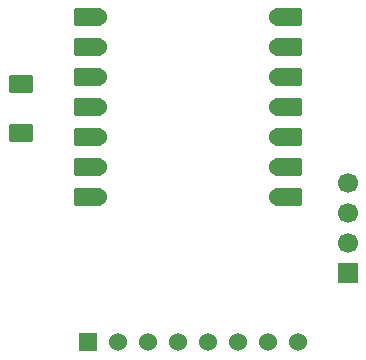
<source format=gts>
G04 #@! TF.GenerationSoftware,KiCad,Pcbnew,9.0.2*
G04 #@! TF.CreationDate,2025-06-11T04:48:02-04:00*
G04 #@! TF.ProjectId,HackCharm,4861636b-4368-4617-926d-2e6b69636164,rev?*
G04 #@! TF.SameCoordinates,Original*
G04 #@! TF.FileFunction,Soldermask,Top*
G04 #@! TF.FilePolarity,Negative*
%FSLAX46Y46*%
G04 Gerber Fmt 4.6, Leading zero omitted, Abs format (unit mm)*
G04 Created by KiCad (PCBNEW 9.0.2) date 2025-06-11 04:48:02*
%MOMM*%
%LPD*%
G01*
G04 APERTURE LIST*
G04 Aperture macros list*
%AMRoundRect*
0 Rectangle with rounded corners*
0 $1 Rounding radius*
0 $2 $3 $4 $5 $6 $7 $8 $9 X,Y pos of 4 corners*
0 Add a 4 corners polygon primitive as box body*
4,1,4,$2,$3,$4,$5,$6,$7,$8,$9,$2,$3,0*
0 Add four circle primitives for the rounded corners*
1,1,$1+$1,$2,$3*
1,1,$1+$1,$4,$5*
1,1,$1+$1,$6,$7*
1,1,$1+$1,$8,$9*
0 Add four rect primitives between the rounded corners*
20,1,$1+$1,$2,$3,$4,$5,0*
20,1,$1+$1,$4,$5,$6,$7,0*
20,1,$1+$1,$6,$7,$8,$9,0*
20,1,$1+$1,$8,$9,$2,$3,0*%
G04 Aperture macros list end*
%ADD10R,1.524000X1.524000*%
%ADD11C,1.524000*%
%ADD12RoundRect,0.152400X1.063600X0.609600X-1.063600X0.609600X-1.063600X-0.609600X1.063600X-0.609600X0*%
%ADD13RoundRect,0.152400X-1.063600X-0.609600X1.063600X-0.609600X1.063600X0.609600X-1.063600X0.609600X0*%
%ADD14RoundRect,0.102000X0.900000X-0.675000X0.900000X0.675000X-0.900000X0.675000X-0.900000X-0.675000X0*%
%ADD15R,1.700000X1.700000*%
%ADD16C,1.700000*%
G04 APERTURE END LIST*
D10*
G04 #@! TO.C,U2*
X144618000Y-108320000D03*
D11*
X147158000Y-108320000D03*
X149698000Y-108320000D03*
X152238000Y-108320000D03*
X154778000Y-108320000D03*
X157318000Y-108320000D03*
X159858000Y-108320000D03*
X162398000Y-108320000D03*
G04 #@! TD*
D12*
G04 #@! TO.C,U1*
X144645000Y-80798500D03*
D11*
X145480000Y-80798500D03*
D12*
X144645000Y-83338500D03*
D11*
X145480000Y-83338500D03*
D12*
X144645000Y-85878500D03*
D11*
X145480000Y-85878500D03*
D12*
X144645000Y-88418500D03*
D11*
X145480000Y-88418500D03*
D12*
X144645000Y-90958500D03*
D11*
X145480000Y-90958500D03*
D12*
X144645000Y-93498500D03*
D11*
X145480000Y-93498500D03*
D12*
X144645000Y-96038500D03*
D11*
X145480000Y-96038500D03*
X160720000Y-96038500D03*
D13*
X161555000Y-96038500D03*
D11*
X160720000Y-93498500D03*
D13*
X161555000Y-93498500D03*
D11*
X160720000Y-90958500D03*
D13*
X161555000Y-90958500D03*
D11*
X160720000Y-88418500D03*
D13*
X161555000Y-88418500D03*
D11*
X160720000Y-85878500D03*
D13*
X161555000Y-85878500D03*
D11*
X160720000Y-83338500D03*
D13*
X161555000Y-83338500D03*
D11*
X160720000Y-80798500D03*
D13*
X161555000Y-80798500D03*
G04 #@! TD*
D14*
G04 #@! TO.C,SW1*
X138900000Y-90575000D03*
X138900000Y-86425000D03*
G04 #@! TD*
D15*
G04 #@! TO.C,J1*
X166600000Y-102450000D03*
D16*
X166600000Y-99910000D03*
X166600000Y-97370000D03*
X166600000Y-94830000D03*
G04 #@! TD*
M02*

</source>
